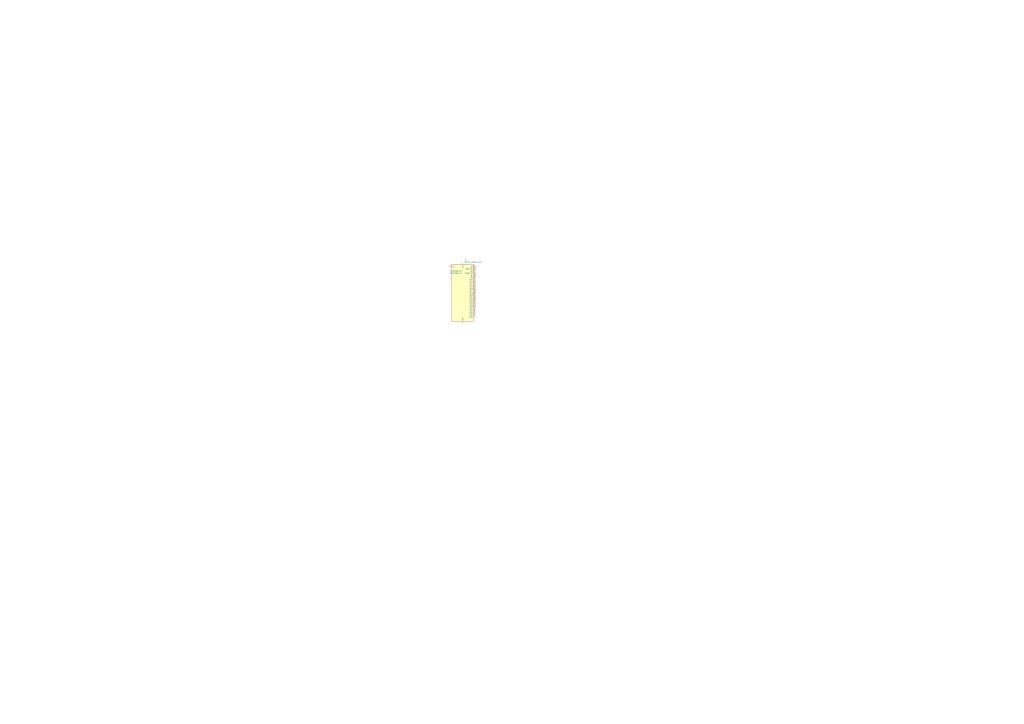
<source format=kicad_sch>
(kicad_sch (version 20250114) (generator "eeschema") (generator_version "9.0")
  (paper "A0")
  (lib_symbols
    (symbol "RF_Module:ESP32-WROOM-32E"
      (property "Reference" "U" (at -12.7 34.29 0))
      (property "Value" "ESP32-WROOM-32E" (at 1.27 34.29 0))
      (symbol "ESP32-WROOM-32E_0_1"
        (rectangle (start -12.7 33.02) (end 12.7 -33.02) (stroke (width 0.254)) (fill (type background)))
      )
      (symbol "ESP32-WROOM-32E_1_1"
        (pin input line (at -15.24 30.48 0) (length 2.54) (name "EN") (number "3"))
        (pin input line (at -15.24 25.4 0) (length 2.54) (name "SENSOR_VP") (number "4"))
        (pin input line (at -15.24 22.86 0) (length 2.54) (name "SENSOR_VN") (number "5"))
        (pin no_connect line (at -12.7 0 0) (length 2.54) (hide yes) (name "NC") (number "21"))
        (pin no_connect line (at -12.7 -2.54 0) (length 2.54) (hide yes) (name "NC") (number "22"))
        (pin no_connect line (at -12.7 -5.08 0) (length 2.54) (hide yes) (name "NC") (number "17"))
        (pin no_connect line (at -12.7 -7.62 0) (length 2.54) (hide yes) (name "NC") (number "18"))
        (pin no_connect line (at -12.7 -10.16 0) (length 2.54) (hide yes) (name "NC") (number "20"))
        (pin no_connect line (at -12.7 -12.7 0) (length 2.54) (hide yes) (name "NC") (number "19"))
        (pin no_connect line (at -12.7 -27.94 0) (length 2.54) (hide yes) (name "NC") (number "32"))
        (pin power_in line (at 0 35.56 270) (length 2.54) (name "VDD") (number "2"))
        (pin power_in line (at 0 -35.56 90) (length 2.54) (name "GND") (number "1"))
        (pin passive line (at 0 -35.56 90) (length 2.54) (hide yes) (name "GND") (number "15"))
        (pin passive line (at 0 -35.56 90) (length 2.54) (hide yes) (name "GND") (number "38"))
        (pin passive line (at 0 -35.56 90) (length 2.54) (hide yes) (name "GND") (number "39"))
        (pin bidirectional line (at 15.24 30.48 180) (length 2.54) (name "IO0") (number "25"))
        (pin bidirectional line (at 15.24 27.94 180) (length 2.54) (name "TXD0/IO1") (number "35"))
        (pin bidirectional line (at 15.24 25.4 180) (length 2.54) (name "IO2") (number "24"))
        (pin bidirectional line (at 15.24 22.86 180) (length 2.54) (name "RXD0/IO3") (number "34"))
        (pin bidirectional line (at 15.24 20.32 180) (length 2.54) (name "IO4") (number "26"))
        (pin bidirectional line (at 15.24 17.78 180) (length 2.54) (name "IO5") (number "29"))
        (pin bidirectional line (at 15.24 15.24 180) (length 2.54) (name "IO12") (number "14"))
        (pin bidirectional line (at 15.24 12.7 180) (length 2.54) (name "IO13") (number "16"))
        (pin bidirectional line (at 15.24 10.16 180) (length 2.54) (name "IO14") (number "13"))
        (pin bidirectional line (at 15.24 7.62 180) (length 2.54) (name "IO15") (number "23"))
        (pin bidirectional line (at 15.24 5.08 180) (length 2.54) (name "IO16") (number "27"))
        (pin bidirectional line (at 15.24 2.54 180) (length 2.54) (name "IO17") (number "28"))
        (pin bidirectional line (at 15.24 0 180) (length 2.54) (name "IO18") (number "30"))
        (pin bidirectional line (at 15.24 -2.54 180) (length 2.54) (name "IO19") (number "31"))
        (pin bidirectional line (at 15.24 -5.08 180) (length 2.54) (name "IO21") (number "33"))
        (pin bidirectional line (at 15.24 -7.62 180) (length 2.54) (name "IO22") (number "36"))
        (pin bidirectional line (at 15.24 -10.16 180) (length 2.54) (name "IO23") (number "37"))
        (pin bidirectional line (at 15.24 -12.7 180) (length 2.54) (name "IO25") (number "10"))
        (pin bidirectional line (at 15.24 -15.24 180) (length 2.54) (name "IO26") (number "11"))
        (pin bidirectional line (at 15.24 -17.78 180) (length 2.54) (name "IO27") (number "12"))
        (pin bidirectional line (at 15.24 -20.32 180) (length 2.54) (name "IO32") (number "8"))
        (pin bidirectional line (at 15.24 -22.86 180) (length 2.54) (name "IO33") (number "9"))
        (pin input line (at 15.24 -25.4 180) (length 2.54) (name "IO34") (number "6"))
        (pin input line (at 15.24 -27.94 180) (length 2.54) (name "IO35") (number "7"))
      )
    )
  )
  (symbol (lib_id "RF_Module:ESP32-WROOM-32E") (at 537.21 340.36 0) (unit 1)
    (property "Reference" "U1" (at 539.3533 302.26 0) (effects (justify left)))
    (property "Value" "ESP32-WROOM-32E" (at 539.3533 304.8 0) (effects (justify left)))
    (property "Footprint" "RF_Module:ESP32-WROOM-32D" (effects (hide yes)))
    (property "Datasheet" "https://www.espressif.com/sites/default/files/documentation/esp32-wroom-32e_esp32-wroom-32ue_datasheet_en.pdf" (effects (hide yes)))
    (property "Description" "RF Module, ESP32-D0WD-V3 SoC, without PSRAM, Wi-Fi 802.11b/g/n, Bluetooth, BLE, 32-bit, 2.7-3.6V, onboard antenna, SMD" (effects (hide yes)))
  )
)
</source>
